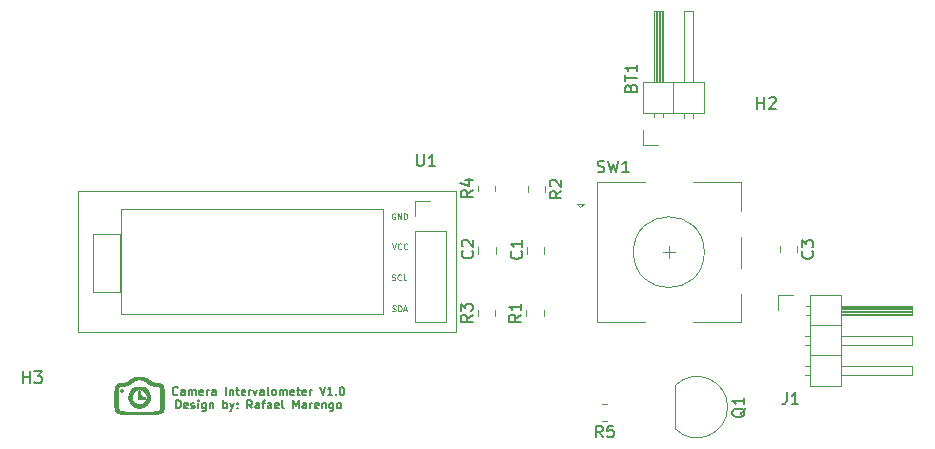
<source format=gbr>
%TF.GenerationSoftware,KiCad,Pcbnew,(6.0.4)*%
%TF.CreationDate,2022-07-20T14:34:23+01:00*%
%TF.ProjectId,_autosave-CameraIntervalometer,5f617574-6f73-4617-9665-2d43616d6572,rev?*%
%TF.SameCoordinates,Original*%
%TF.FileFunction,Legend,Top*%
%TF.FilePolarity,Positive*%
%FSLAX46Y46*%
G04 Gerber Fmt 4.6, Leading zero omitted, Abs format (unit mm)*
G04 Created by KiCad (PCBNEW (6.0.4)) date 2022-07-20 14:34:23*
%MOMM*%
%LPD*%
G01*
G04 APERTURE LIST*
%ADD10C,0.060000*%
%ADD11C,0.150000*%
%ADD12C,0.125000*%
%ADD13C,0.120000*%
G04 APERTURE END LIST*
D10*
G36*
X122241784Y-93610069D02*
G01*
X122255636Y-93529584D01*
X122277316Y-93448234D01*
X122307152Y-93366287D01*
X122345467Y-93284011D01*
X122363678Y-93250551D01*
X122382509Y-93217741D01*
X122401836Y-93185738D01*
X122421535Y-93154696D01*
X122441482Y-93124770D01*
X122461553Y-93096116D01*
X122481624Y-93068888D01*
X122501572Y-93043241D01*
X122521271Y-93019330D01*
X122540598Y-92997310D01*
X122559428Y-92977338D01*
X122577639Y-92959566D01*
X122595106Y-92944151D01*
X122611704Y-92931247D01*
X122619639Y-92925786D01*
X122627311Y-92921010D01*
X122634703Y-92916940D01*
X122641801Y-92913595D01*
X122683783Y-92898709D01*
X122733578Y-92885793D01*
X122790071Y-92874829D01*
X122852144Y-92865804D01*
X122918683Y-92858701D01*
X122988570Y-92853505D01*
X123060690Y-92850201D01*
X123133926Y-92848772D01*
X123207162Y-92849203D01*
X123279281Y-92851480D01*
X123349168Y-92855585D01*
X123415707Y-92861505D01*
X123477781Y-92869223D01*
X123534273Y-92878723D01*
X123584069Y-92889992D01*
X123626051Y-92903011D01*
X123650754Y-92914216D01*
X123675221Y-92927907D01*
X123699401Y-92943965D01*
X123723244Y-92962274D01*
X123769716Y-93005168D01*
X123814236Y-93055643D01*
X123856398Y-93112753D01*
X123895802Y-93175553D01*
X123932042Y-93243097D01*
X123964717Y-93314438D01*
X123993424Y-93388633D01*
X124017758Y-93464734D01*
X124037318Y-93541797D01*
X124051699Y-93618875D01*
X124060500Y-93695022D01*
X124063316Y-93769294D01*
X124059745Y-93840745D01*
X124055439Y-93875117D01*
X124049384Y-93908428D01*
X124040232Y-93940878D01*
X124028755Y-93974553D01*
X124015107Y-94009189D01*
X123999444Y-94044523D01*
X123981920Y-94080291D01*
X123962692Y-94116229D01*
X123941913Y-94152075D01*
X123919738Y-94187564D01*
X123896324Y-94222432D01*
X123871824Y-94256417D01*
X123846394Y-94289255D01*
X123820189Y-94320682D01*
X123793364Y-94350435D01*
X123766073Y-94378250D01*
X123738473Y-94403863D01*
X123710718Y-94427011D01*
X123637536Y-94479301D01*
X123563068Y-94523238D01*
X123487638Y-94559091D01*
X123411573Y-94587126D01*
X123335198Y-94607611D01*
X123258838Y-94620814D01*
X123182819Y-94627001D01*
X123107467Y-94626441D01*
X123033108Y-94619401D01*
X122960066Y-94606148D01*
X122888667Y-94586949D01*
X122819237Y-94562073D01*
X122752101Y-94531786D01*
X122687586Y-94496356D01*
X122626016Y-94456050D01*
X122567717Y-94411136D01*
X122513015Y-94361882D01*
X122462235Y-94308554D01*
X122415703Y-94251419D01*
X122373745Y-94190747D01*
X122336685Y-94126803D01*
X122304850Y-94059855D01*
X122278564Y-93990172D01*
X122258155Y-93918019D01*
X122243946Y-93843665D01*
X122236265Y-93767377D01*
X122235893Y-93732426D01*
X122521418Y-93732426D01*
X122522205Y-93778167D01*
X122526211Y-93823596D01*
X122533519Y-93868513D01*
X122544212Y-93912720D01*
X122558375Y-93956015D01*
X122576089Y-93998200D01*
X122597439Y-94039075D01*
X122622507Y-94078441D01*
X122651378Y-94116097D01*
X122684134Y-94151845D01*
X122704828Y-94171068D01*
X122727150Y-94189052D01*
X122750990Y-94205795D01*
X122776242Y-94221298D01*
X122802796Y-94235560D01*
X122830544Y-94248583D01*
X122859377Y-94260365D01*
X122889186Y-94270907D01*
X122951301Y-94288270D01*
X123016021Y-94300673D01*
X123082477Y-94308114D01*
X123149801Y-94310595D01*
X123217125Y-94308114D01*
X123283581Y-94300673D01*
X123348300Y-94288270D01*
X123410415Y-94270907D01*
X123440225Y-94260365D01*
X123469058Y-94248583D01*
X123496805Y-94235560D01*
X123523359Y-94221298D01*
X123548611Y-94205795D01*
X123572452Y-94189052D01*
X123594773Y-94171068D01*
X123615467Y-94151845D01*
X123638414Y-94128297D01*
X123659635Y-94103364D01*
X123679144Y-94077149D01*
X123696951Y-94049753D01*
X123713068Y-94021279D01*
X123727507Y-93991831D01*
X123740280Y-93961511D01*
X123751397Y-93930421D01*
X123760871Y-93898665D01*
X123768714Y-93866345D01*
X123774936Y-93833564D01*
X123779550Y-93800424D01*
X123782568Y-93767029D01*
X123784000Y-93733480D01*
X123783858Y-93699881D01*
X123782155Y-93666334D01*
X123778901Y-93632943D01*
X123774109Y-93599809D01*
X123767790Y-93567035D01*
X123759955Y-93534725D01*
X123750616Y-93502980D01*
X123739785Y-93471904D01*
X123727474Y-93441600D01*
X123713694Y-93412169D01*
X123698457Y-93383715D01*
X123681773Y-93356340D01*
X123663656Y-93330148D01*
X123644117Y-93305240D01*
X123623167Y-93281720D01*
X123600817Y-93259690D01*
X123577080Y-93239253D01*
X123551967Y-93220511D01*
X123527568Y-93202913D01*
X123502131Y-93185888D01*
X123475856Y-93169514D01*
X123448945Y-93153869D01*
X123421601Y-93139030D01*
X123394024Y-93125075D01*
X123366415Y-93112081D01*
X123338978Y-93100126D01*
X123311912Y-93089287D01*
X123285420Y-93079641D01*
X123259703Y-93071267D01*
X123234963Y-93064242D01*
X123211402Y-93058643D01*
X123189219Y-93054547D01*
X123168619Y-93052033D01*
X123149801Y-93051178D01*
X123100856Y-93053284D01*
X123053297Y-93059469D01*
X123007208Y-93069534D01*
X122962670Y-93083279D01*
X122919768Y-93100505D01*
X122878585Y-93121011D01*
X122839204Y-93144598D01*
X122801708Y-93171067D01*
X122766182Y-93200218D01*
X122732707Y-93231852D01*
X122701368Y-93265768D01*
X122672248Y-93301767D01*
X122645431Y-93339650D01*
X122620998Y-93379217D01*
X122599035Y-93420269D01*
X122579624Y-93462605D01*
X122562848Y-93506026D01*
X122548791Y-93550334D01*
X122537536Y-93595327D01*
X122529167Y-93640806D01*
X122523766Y-93686572D01*
X122521418Y-93732426D01*
X122235893Y-93732426D01*
X122235435Y-93689423D01*
X122241784Y-93610069D01*
G37*
X122241784Y-93610069D02*
X122255636Y-93529584D01*
X122277316Y-93448234D01*
X122307152Y-93366287D01*
X122345467Y-93284011D01*
X122363678Y-93250551D01*
X122382509Y-93217741D01*
X122401836Y-93185738D01*
X122421535Y-93154696D01*
X122441482Y-93124770D01*
X122461553Y-93096116D01*
X122481624Y-93068888D01*
X122501572Y-93043241D01*
X122521271Y-93019330D01*
X122540598Y-92997310D01*
X122559428Y-92977338D01*
X122577639Y-92959566D01*
X122595106Y-92944151D01*
X122611704Y-92931247D01*
X122619639Y-92925786D01*
X122627311Y-92921010D01*
X122634703Y-92916940D01*
X122641801Y-92913595D01*
X122683783Y-92898709D01*
X122733578Y-92885793D01*
X122790071Y-92874829D01*
X122852144Y-92865804D01*
X122918683Y-92858701D01*
X122988570Y-92853505D01*
X123060690Y-92850201D01*
X123133926Y-92848772D01*
X123207162Y-92849203D01*
X123279281Y-92851480D01*
X123349168Y-92855585D01*
X123415707Y-92861505D01*
X123477781Y-92869223D01*
X123534273Y-92878723D01*
X123584069Y-92889992D01*
X123626051Y-92903011D01*
X123650754Y-92914216D01*
X123675221Y-92927907D01*
X123699401Y-92943965D01*
X123723244Y-92962274D01*
X123769716Y-93005168D01*
X123814236Y-93055643D01*
X123856398Y-93112753D01*
X123895802Y-93175553D01*
X123932042Y-93243097D01*
X123964717Y-93314438D01*
X123993424Y-93388633D01*
X124017758Y-93464734D01*
X124037318Y-93541797D01*
X124051699Y-93618875D01*
X124060500Y-93695022D01*
X124063316Y-93769294D01*
X124059745Y-93840745D01*
X124055439Y-93875117D01*
X124049384Y-93908428D01*
X124040232Y-93940878D01*
X124028755Y-93974553D01*
X124015107Y-94009189D01*
X123999444Y-94044523D01*
X123981920Y-94080291D01*
X123962692Y-94116229D01*
X123941913Y-94152075D01*
X123919738Y-94187564D01*
X123896324Y-94222432D01*
X123871824Y-94256417D01*
X123846394Y-94289255D01*
X123820189Y-94320682D01*
X123793364Y-94350435D01*
X123766073Y-94378250D01*
X123738473Y-94403863D01*
X123710718Y-94427011D01*
X123637536Y-94479301D01*
X123563068Y-94523238D01*
X123487638Y-94559091D01*
X123411573Y-94587126D01*
X123335198Y-94607611D01*
X123258838Y-94620814D01*
X123182819Y-94627001D01*
X123107467Y-94626441D01*
X123033108Y-94619401D01*
X122960066Y-94606148D01*
X122888667Y-94586949D01*
X122819237Y-94562073D01*
X122752101Y-94531786D01*
X122687586Y-94496356D01*
X122626016Y-94456050D01*
X122567717Y-94411136D01*
X122513015Y-94361882D01*
X122462235Y-94308554D01*
X122415703Y-94251419D01*
X122373745Y-94190747D01*
X122336685Y-94126803D01*
X122304850Y-94059855D01*
X122278564Y-93990172D01*
X122258155Y-93918019D01*
X122243946Y-93843665D01*
X122236265Y-93767377D01*
X122235893Y-93732426D01*
X122521418Y-93732426D01*
X122522205Y-93778167D01*
X122526211Y-93823596D01*
X122533519Y-93868513D01*
X122544212Y-93912720D01*
X122558375Y-93956015D01*
X122576089Y-93998200D01*
X122597439Y-94039075D01*
X122622507Y-94078441D01*
X122651378Y-94116097D01*
X122684134Y-94151845D01*
X122704828Y-94171068D01*
X122727150Y-94189052D01*
X122750990Y-94205795D01*
X122776242Y-94221298D01*
X122802796Y-94235560D01*
X122830544Y-94248583D01*
X122859377Y-94260365D01*
X122889186Y-94270907D01*
X122951301Y-94288270D01*
X123016021Y-94300673D01*
X123082477Y-94308114D01*
X123149801Y-94310595D01*
X123217125Y-94308114D01*
X123283581Y-94300673D01*
X123348300Y-94288270D01*
X123410415Y-94270907D01*
X123440225Y-94260365D01*
X123469058Y-94248583D01*
X123496805Y-94235560D01*
X123523359Y-94221298D01*
X123548611Y-94205795D01*
X123572452Y-94189052D01*
X123594773Y-94171068D01*
X123615467Y-94151845D01*
X123638414Y-94128297D01*
X123659635Y-94103364D01*
X123679144Y-94077149D01*
X123696951Y-94049753D01*
X123713068Y-94021279D01*
X123727507Y-93991831D01*
X123740280Y-93961511D01*
X123751397Y-93930421D01*
X123760871Y-93898665D01*
X123768714Y-93866345D01*
X123774936Y-93833564D01*
X123779550Y-93800424D01*
X123782568Y-93767029D01*
X123784000Y-93733480D01*
X123783858Y-93699881D01*
X123782155Y-93666334D01*
X123778901Y-93632943D01*
X123774109Y-93599809D01*
X123767790Y-93567035D01*
X123759955Y-93534725D01*
X123750616Y-93502980D01*
X123739785Y-93471904D01*
X123727474Y-93441600D01*
X123713694Y-93412169D01*
X123698457Y-93383715D01*
X123681773Y-93356340D01*
X123663656Y-93330148D01*
X123644117Y-93305240D01*
X123623167Y-93281720D01*
X123600817Y-93259690D01*
X123577080Y-93239253D01*
X123551967Y-93220511D01*
X123527568Y-93202913D01*
X123502131Y-93185888D01*
X123475856Y-93169514D01*
X123448945Y-93153869D01*
X123421601Y-93139030D01*
X123394024Y-93125075D01*
X123366415Y-93112081D01*
X123338978Y-93100126D01*
X123311912Y-93089287D01*
X123285420Y-93079641D01*
X123259703Y-93071267D01*
X123234963Y-93064242D01*
X123211402Y-93058643D01*
X123189219Y-93054547D01*
X123168619Y-93052033D01*
X123149801Y-93051178D01*
X123100856Y-93053284D01*
X123053297Y-93059469D01*
X123007208Y-93069534D01*
X122962670Y-93083279D01*
X122919768Y-93100505D01*
X122878585Y-93121011D01*
X122839204Y-93144598D01*
X122801708Y-93171067D01*
X122766182Y-93200218D01*
X122732707Y-93231852D01*
X122701368Y-93265768D01*
X122672248Y-93301767D01*
X122645431Y-93339650D01*
X122620998Y-93379217D01*
X122599035Y-93420269D01*
X122579624Y-93462605D01*
X122562848Y-93506026D01*
X122548791Y-93550334D01*
X122537536Y-93595327D01*
X122529167Y-93640806D01*
X122523766Y-93686572D01*
X122521418Y-93732426D01*
X122235893Y-93732426D01*
X122235435Y-93689423D01*
X122241784Y-93610069D01*
G36*
X121038777Y-93465995D02*
G01*
X121046598Y-93306263D01*
X121051983Y-93233370D01*
X121058435Y-93164949D01*
X121066019Y-93100869D01*
X121074798Y-93040998D01*
X121084837Y-92985204D01*
X121096200Y-92933356D01*
X121108950Y-92885321D01*
X121123152Y-92840969D01*
X121138869Y-92800166D01*
X121156165Y-92762782D01*
X121175105Y-92728685D01*
X121195752Y-92697742D01*
X121218170Y-92669823D01*
X121242424Y-92644794D01*
X121268576Y-92622526D01*
X121296692Y-92602885D01*
X121326834Y-92585740D01*
X121359068Y-92570959D01*
X121393456Y-92558411D01*
X121430063Y-92547963D01*
X121468953Y-92539484D01*
X121510190Y-92532843D01*
X121553838Y-92527906D01*
X121599960Y-92524543D01*
X121648621Y-92522622D01*
X121699884Y-92522011D01*
X121738414Y-92518924D01*
X121778432Y-92513681D01*
X121819691Y-92506361D01*
X121861941Y-92497041D01*
X121904936Y-92485799D01*
X121948427Y-92472712D01*
X121992166Y-92457858D01*
X122035905Y-92441313D01*
X122079396Y-92423157D01*
X122122391Y-92403466D01*
X122164641Y-92382317D01*
X122205900Y-92359789D01*
X122245918Y-92335958D01*
X122284448Y-92310903D01*
X122321241Y-92284700D01*
X122356051Y-92257428D01*
X122398391Y-92224748D01*
X122442017Y-92194176D01*
X122486848Y-92165713D01*
X122532805Y-92139358D01*
X122579808Y-92115111D01*
X122627778Y-92092973D01*
X122726302Y-92055022D01*
X122827740Y-92025504D01*
X122931458Y-92004420D01*
X123036818Y-91991770D01*
X123143186Y-91987553D01*
X123249926Y-91991770D01*
X123356403Y-92004420D01*
X123461981Y-92025504D01*
X123566023Y-92055022D01*
X123667896Y-92092973D01*
X123766962Y-92139358D01*
X123862587Y-92194176D01*
X123908910Y-92224748D01*
X123954134Y-92257428D01*
X123991039Y-92284816D01*
X124030098Y-92311337D01*
X124070987Y-92336865D01*
X124113380Y-92361277D01*
X124156951Y-92384449D01*
X124201375Y-92406256D01*
X124246326Y-92426575D01*
X124291478Y-92445282D01*
X124336506Y-92462253D01*
X124381085Y-92477363D01*
X124424888Y-92490489D01*
X124467591Y-92501506D01*
X124508868Y-92510291D01*
X124548392Y-92516720D01*
X124585840Y-92520668D01*
X124620884Y-92522011D01*
X124717082Y-92524660D01*
X124803591Y-92533277D01*
X124880891Y-92548870D01*
X124916238Y-92559598D01*
X124949463Y-92572448D01*
X124980627Y-92587545D01*
X125009788Y-92605017D01*
X125037008Y-92624988D01*
X125062345Y-92647585D01*
X125085862Y-92672934D01*
X125107617Y-92701161D01*
X125127670Y-92732391D01*
X125146082Y-92766751D01*
X125162913Y-92804367D01*
X125178222Y-92845364D01*
X125204518Y-92938007D01*
X125225449Y-93045687D01*
X125241497Y-93169414D01*
X125253142Y-93310193D01*
X125260865Y-93469034D01*
X125265147Y-93646943D01*
X125266467Y-93844928D01*
X125265961Y-93982062D01*
X125264400Y-94108064D01*
X125261723Y-94223463D01*
X125257868Y-94328785D01*
X125252773Y-94424557D01*
X125246376Y-94511306D01*
X125238614Y-94589560D01*
X125229426Y-94659845D01*
X125218749Y-94722688D01*
X125206523Y-94778618D01*
X125199809Y-94804154D01*
X125192684Y-94828160D01*
X125185140Y-94850701D01*
X125177171Y-94871842D01*
X125168767Y-94891650D01*
X125159921Y-94910191D01*
X125150626Y-94927531D01*
X125140873Y-94943735D01*
X125130655Y-94958869D01*
X125119965Y-94972999D01*
X125108794Y-94986191D01*
X125097134Y-94998512D01*
X125065236Y-95021580D01*
X125015956Y-95043160D01*
X124869882Y-95081855D01*
X124668184Y-95114597D01*
X124420132Y-95141386D01*
X124134997Y-95162222D01*
X123822049Y-95177105D01*
X123149801Y-95189011D01*
X122477552Y-95177105D01*
X122164605Y-95162222D01*
X121879470Y-95141386D01*
X121631418Y-95114597D01*
X121429720Y-95081855D01*
X121283646Y-95043160D01*
X121234365Y-95021580D01*
X121202467Y-94998512D01*
X121179637Y-94972999D01*
X121158728Y-94943735D01*
X121139680Y-94910191D01*
X121122431Y-94871842D01*
X121106918Y-94828160D01*
X121093079Y-94778618D01*
X121080852Y-94722688D01*
X121070176Y-94659845D01*
X121060988Y-94589560D01*
X121053226Y-94511306D01*
X121041733Y-94328785D01*
X121035201Y-94108064D01*
X121033134Y-93844928D01*
X121033204Y-93834345D01*
X121350634Y-93834345D01*
X121351024Y-93978199D01*
X121352267Y-94108581D01*
X121354471Y-94226158D01*
X121357745Y-94331596D01*
X121362197Y-94425562D01*
X121364898Y-94468451D01*
X121367935Y-94508722D01*
X121371321Y-94546458D01*
X121375069Y-94581743D01*
X121379193Y-94614660D01*
X121383707Y-94645293D01*
X121388624Y-94673723D01*
X121393957Y-94700036D01*
X121399720Y-94724314D01*
X121405928Y-94746640D01*
X121412592Y-94767099D01*
X121419728Y-94785772D01*
X121427348Y-94802744D01*
X121435466Y-94818099D01*
X121444096Y-94831918D01*
X121453250Y-94844286D01*
X121462944Y-94855285D01*
X121473190Y-94865000D01*
X121484001Y-94873514D01*
X121495393Y-94880909D01*
X121507377Y-94887269D01*
X121519967Y-94892678D01*
X121589131Y-94907561D01*
X121712121Y-94920459D01*
X122088822Y-94940303D01*
X122588553Y-94952209D01*
X123149801Y-94956178D01*
X123711048Y-94952209D01*
X124210780Y-94940303D01*
X124587481Y-94920459D01*
X124710470Y-94907561D01*
X124779634Y-94892678D01*
X124804209Y-94880909D01*
X124826412Y-94865000D01*
X124846351Y-94844286D01*
X124864135Y-94818099D01*
X124879874Y-94785772D01*
X124893674Y-94746640D01*
X124905645Y-94700036D01*
X124915895Y-94645293D01*
X124924532Y-94581743D01*
X124931666Y-94508722D01*
X124941857Y-94331596D01*
X124947334Y-94108581D01*
X124948967Y-93834345D01*
X124947521Y-93633571D01*
X124943345Y-93446565D01*
X124936689Y-93277169D01*
X124927801Y-93129230D01*
X124922597Y-93064508D01*
X124916928Y-93006592D01*
X124910825Y-92955962D01*
X124904319Y-92913099D01*
X124897441Y-92878483D01*
X124890222Y-92852596D01*
X124886494Y-92843075D01*
X124882692Y-92835917D01*
X124878821Y-92831181D01*
X124874884Y-92828928D01*
X124771131Y-92820352D01*
X124673904Y-92810428D01*
X124582785Y-92799046D01*
X124497357Y-92786099D01*
X124417199Y-92771477D01*
X124341893Y-92755072D01*
X124271022Y-92736776D01*
X124204165Y-92716480D01*
X124140906Y-92694076D01*
X124080824Y-92669455D01*
X124023502Y-92642508D01*
X123968521Y-92613127D01*
X123915462Y-92581204D01*
X123863907Y-92546630D01*
X123813437Y-92509296D01*
X123763634Y-92469095D01*
X123687990Y-92409563D01*
X123650002Y-92382774D01*
X123611912Y-92357970D01*
X123573730Y-92335149D01*
X123535462Y-92314313D01*
X123497117Y-92295462D01*
X123458702Y-92278595D01*
X123420225Y-92263712D01*
X123381694Y-92250813D01*
X123343116Y-92239899D01*
X123304499Y-92230970D01*
X123265852Y-92224024D01*
X123227181Y-92219063D01*
X123188495Y-92216087D01*
X123149801Y-92215095D01*
X123111107Y-92216087D01*
X123072420Y-92219063D01*
X123033750Y-92224024D01*
X122995102Y-92230970D01*
X122956486Y-92239899D01*
X122917908Y-92250813D01*
X122879377Y-92263712D01*
X122840900Y-92278595D01*
X122802485Y-92295462D01*
X122764139Y-92314313D01*
X122725872Y-92335149D01*
X122687689Y-92357970D01*
X122649600Y-92382774D01*
X122611611Y-92409563D01*
X122535967Y-92469095D01*
X122486167Y-92509296D01*
X122435715Y-92546630D01*
X122384209Y-92581204D01*
X122331246Y-92613127D01*
X122276422Y-92642508D01*
X122219336Y-92669455D01*
X122159582Y-92694076D01*
X122096759Y-92716480D01*
X122030463Y-92736776D01*
X121960292Y-92755072D01*
X121885842Y-92771477D01*
X121806710Y-92786099D01*
X121722492Y-92799046D01*
X121632787Y-92810428D01*
X121537191Y-92820352D01*
X121435301Y-92828928D01*
X121430402Y-92831181D01*
X121425629Y-92835917D01*
X121416470Y-92852596D01*
X121407837Y-92878483D01*
X121399747Y-92913099D01*
X121385257Y-93006592D01*
X121373124Y-93129230D01*
X121363470Y-93277169D01*
X121356422Y-93446565D01*
X121352102Y-93633571D01*
X121350634Y-93834345D01*
X121033204Y-93834345D01*
X121034459Y-93645199D01*
X121038777Y-93465995D01*
G37*
X121038777Y-93465995D02*
X121046598Y-93306263D01*
X121051983Y-93233370D01*
X121058435Y-93164949D01*
X121066019Y-93100869D01*
X121074798Y-93040998D01*
X121084837Y-92985204D01*
X121096200Y-92933356D01*
X121108950Y-92885321D01*
X121123152Y-92840969D01*
X121138869Y-92800166D01*
X121156165Y-92762782D01*
X121175105Y-92728685D01*
X121195752Y-92697742D01*
X121218170Y-92669823D01*
X121242424Y-92644794D01*
X121268576Y-92622526D01*
X121296692Y-92602885D01*
X121326834Y-92585740D01*
X121359068Y-92570959D01*
X121393456Y-92558411D01*
X121430063Y-92547963D01*
X121468953Y-92539484D01*
X121510190Y-92532843D01*
X121553838Y-92527906D01*
X121599960Y-92524543D01*
X121648621Y-92522622D01*
X121699884Y-92522011D01*
X121738414Y-92518924D01*
X121778432Y-92513681D01*
X121819691Y-92506361D01*
X121861941Y-92497041D01*
X121904936Y-92485799D01*
X121948427Y-92472712D01*
X121992166Y-92457858D01*
X122035905Y-92441313D01*
X122079396Y-92423157D01*
X122122391Y-92403466D01*
X122164641Y-92382317D01*
X122205900Y-92359789D01*
X122245918Y-92335958D01*
X122284448Y-92310903D01*
X122321241Y-92284700D01*
X122356051Y-92257428D01*
X122398391Y-92224748D01*
X122442017Y-92194176D01*
X122486848Y-92165713D01*
X122532805Y-92139358D01*
X122579808Y-92115111D01*
X122627778Y-92092973D01*
X122726302Y-92055022D01*
X122827740Y-92025504D01*
X122931458Y-92004420D01*
X123036818Y-91991770D01*
X123143186Y-91987553D01*
X123249926Y-91991770D01*
X123356403Y-92004420D01*
X123461981Y-92025504D01*
X123566023Y-92055022D01*
X123667896Y-92092973D01*
X123766962Y-92139358D01*
X123862587Y-92194176D01*
X123908910Y-92224748D01*
X123954134Y-92257428D01*
X123991039Y-92284816D01*
X124030098Y-92311337D01*
X124070987Y-92336865D01*
X124113380Y-92361277D01*
X124156951Y-92384449D01*
X124201375Y-92406256D01*
X124246326Y-92426575D01*
X124291478Y-92445282D01*
X124336506Y-92462253D01*
X124381085Y-92477363D01*
X124424888Y-92490489D01*
X124467591Y-92501506D01*
X124508868Y-92510291D01*
X124548392Y-92516720D01*
X124585840Y-92520668D01*
X124620884Y-92522011D01*
X124717082Y-92524660D01*
X124803591Y-92533277D01*
X124880891Y-92548870D01*
X124916238Y-92559598D01*
X124949463Y-92572448D01*
X124980627Y-92587545D01*
X125009788Y-92605017D01*
X125037008Y-92624988D01*
X125062345Y-92647585D01*
X125085862Y-92672934D01*
X125107617Y-92701161D01*
X125127670Y-92732391D01*
X125146082Y-92766751D01*
X125162913Y-92804367D01*
X125178222Y-92845364D01*
X125204518Y-92938007D01*
X125225449Y-93045687D01*
X125241497Y-93169414D01*
X125253142Y-93310193D01*
X125260865Y-93469034D01*
X125265147Y-93646943D01*
X125266467Y-93844928D01*
X125265961Y-93982062D01*
X125264400Y-94108064D01*
X125261723Y-94223463D01*
X125257868Y-94328785D01*
X125252773Y-94424557D01*
X125246376Y-94511306D01*
X125238614Y-94589560D01*
X125229426Y-94659845D01*
X125218749Y-94722688D01*
X125206523Y-94778618D01*
X125199809Y-94804154D01*
X125192684Y-94828160D01*
X125185140Y-94850701D01*
X125177171Y-94871842D01*
X125168767Y-94891650D01*
X125159921Y-94910191D01*
X125150626Y-94927531D01*
X125140873Y-94943735D01*
X125130655Y-94958869D01*
X125119965Y-94972999D01*
X125108794Y-94986191D01*
X125097134Y-94998512D01*
X125065236Y-95021580D01*
X125015956Y-95043160D01*
X124869882Y-95081855D01*
X124668184Y-95114597D01*
X124420132Y-95141386D01*
X124134997Y-95162222D01*
X123822049Y-95177105D01*
X123149801Y-95189011D01*
X122477552Y-95177105D01*
X122164605Y-95162222D01*
X121879470Y-95141386D01*
X121631418Y-95114597D01*
X121429720Y-95081855D01*
X121283646Y-95043160D01*
X121234365Y-95021580D01*
X121202467Y-94998512D01*
X121179637Y-94972999D01*
X121158728Y-94943735D01*
X121139680Y-94910191D01*
X121122431Y-94871842D01*
X121106918Y-94828160D01*
X121093079Y-94778618D01*
X121080852Y-94722688D01*
X121070176Y-94659845D01*
X121060988Y-94589560D01*
X121053226Y-94511306D01*
X121041733Y-94328785D01*
X121035201Y-94108064D01*
X121033134Y-93844928D01*
X121033204Y-93834345D01*
X121350634Y-93834345D01*
X121351024Y-93978199D01*
X121352267Y-94108581D01*
X121354471Y-94226158D01*
X121357745Y-94331596D01*
X121362197Y-94425562D01*
X121364898Y-94468451D01*
X121367935Y-94508722D01*
X121371321Y-94546458D01*
X121375069Y-94581743D01*
X121379193Y-94614660D01*
X121383707Y-94645293D01*
X121388624Y-94673723D01*
X121393957Y-94700036D01*
X121399720Y-94724314D01*
X121405928Y-94746640D01*
X121412592Y-94767099D01*
X121419728Y-94785772D01*
X121427348Y-94802744D01*
X121435466Y-94818099D01*
X121444096Y-94831918D01*
X121453250Y-94844286D01*
X121462944Y-94855285D01*
X121473190Y-94865000D01*
X121484001Y-94873514D01*
X121495393Y-94880909D01*
X121507377Y-94887269D01*
X121519967Y-94892678D01*
X121589131Y-94907561D01*
X121712121Y-94920459D01*
X122088822Y-94940303D01*
X122588553Y-94952209D01*
X123149801Y-94956178D01*
X123711048Y-94952209D01*
X124210780Y-94940303D01*
X124587481Y-94920459D01*
X124710470Y-94907561D01*
X124779634Y-94892678D01*
X124804209Y-94880909D01*
X124826412Y-94865000D01*
X124846351Y-94844286D01*
X124864135Y-94818099D01*
X124879874Y-94785772D01*
X124893674Y-94746640D01*
X124905645Y-94700036D01*
X124915895Y-94645293D01*
X124924532Y-94581743D01*
X124931666Y-94508722D01*
X124941857Y-94331596D01*
X124947334Y-94108581D01*
X124948967Y-93834345D01*
X124947521Y-93633571D01*
X124943345Y-93446565D01*
X124936689Y-93277169D01*
X124927801Y-93129230D01*
X124922597Y-93064508D01*
X124916928Y-93006592D01*
X124910825Y-92955962D01*
X124904319Y-92913099D01*
X124897441Y-92878483D01*
X124890222Y-92852596D01*
X124886494Y-92843075D01*
X124882692Y-92835917D01*
X124878821Y-92831181D01*
X124874884Y-92828928D01*
X124771131Y-92820352D01*
X124673904Y-92810428D01*
X124582785Y-92799046D01*
X124497357Y-92786099D01*
X124417199Y-92771477D01*
X124341893Y-92755072D01*
X124271022Y-92736776D01*
X124204165Y-92716480D01*
X124140906Y-92694076D01*
X124080824Y-92669455D01*
X124023502Y-92642508D01*
X123968521Y-92613127D01*
X123915462Y-92581204D01*
X123863907Y-92546630D01*
X123813437Y-92509296D01*
X123763634Y-92469095D01*
X123687990Y-92409563D01*
X123650002Y-92382774D01*
X123611912Y-92357970D01*
X123573730Y-92335149D01*
X123535462Y-92314313D01*
X123497117Y-92295462D01*
X123458702Y-92278595D01*
X123420225Y-92263712D01*
X123381694Y-92250813D01*
X123343116Y-92239899D01*
X123304499Y-92230970D01*
X123265852Y-92224024D01*
X123227181Y-92219063D01*
X123188495Y-92216087D01*
X123149801Y-92215095D01*
X123111107Y-92216087D01*
X123072420Y-92219063D01*
X123033750Y-92224024D01*
X122995102Y-92230970D01*
X122956486Y-92239899D01*
X122917908Y-92250813D01*
X122879377Y-92263712D01*
X122840900Y-92278595D01*
X122802485Y-92295462D01*
X122764139Y-92314313D01*
X122725872Y-92335149D01*
X122687689Y-92357970D01*
X122649600Y-92382774D01*
X122611611Y-92409563D01*
X122535967Y-92469095D01*
X122486167Y-92509296D01*
X122435715Y-92546630D01*
X122384209Y-92581204D01*
X122331246Y-92613127D01*
X122276422Y-92642508D01*
X122219336Y-92669455D01*
X122159582Y-92694076D01*
X122096759Y-92716480D01*
X122030463Y-92736776D01*
X121960292Y-92755072D01*
X121885842Y-92771477D01*
X121806710Y-92786099D01*
X121722492Y-92799046D01*
X121632787Y-92810428D01*
X121537191Y-92820352D01*
X121435301Y-92828928D01*
X121430402Y-92831181D01*
X121425629Y-92835917D01*
X121416470Y-92852596D01*
X121407837Y-92878483D01*
X121399747Y-92913099D01*
X121385257Y-93006592D01*
X121373124Y-93129230D01*
X121363470Y-93277169D01*
X121356422Y-93446565D01*
X121352102Y-93633571D01*
X121350634Y-93834345D01*
X121033204Y-93834345D01*
X121034459Y-93645199D01*
X121038777Y-93465995D01*
G36*
X123155691Y-93157350D02*
G01*
X123161454Y-93158355D01*
X123167084Y-93160011D01*
X123172580Y-93162303D01*
X123177935Y-93165215D01*
X123183147Y-93168732D01*
X123188212Y-93172837D01*
X123193126Y-93177517D01*
X123202485Y-93188534D01*
X123211192Y-93201660D01*
X123219218Y-93216770D01*
X123226530Y-93233741D01*
X123233098Y-93252447D01*
X123238891Y-93272767D01*
X123243878Y-93294574D01*
X123248027Y-93317746D01*
X123251309Y-93342158D01*
X123253691Y-93367686D01*
X123255143Y-93394206D01*
X123255634Y-93421595D01*
X123256267Y-93455960D01*
X123258218Y-93487658D01*
X123259712Y-93502526D01*
X123261564Y-93516752D01*
X123263784Y-93530341D01*
X123266383Y-93543303D01*
X123269369Y-93555645D01*
X123272752Y-93567374D01*
X123276542Y-93578499D01*
X123280749Y-93589026D01*
X123285382Y-93598965D01*
X123290451Y-93608322D01*
X123295966Y-93617106D01*
X123301936Y-93625324D01*
X123308371Y-93632984D01*
X123315281Y-93640093D01*
X123322676Y-93646660D01*
X123330565Y-93652692D01*
X123338957Y-93658196D01*
X123347863Y-93663182D01*
X123357293Y-93667656D01*
X123367255Y-93671626D01*
X123377760Y-93675100D01*
X123388817Y-93678085D01*
X123400436Y-93680590D01*
X123412627Y-93682623D01*
X123425399Y-93684190D01*
X123438762Y-93685299D01*
X123452726Y-93685960D01*
X123467301Y-93686178D01*
X123478150Y-93686301D01*
X123488863Y-93686669D01*
X123499424Y-93687277D01*
X123509820Y-93688121D01*
X123520038Y-93689198D01*
X123530064Y-93690503D01*
X123539885Y-93692034D01*
X123549487Y-93693785D01*
X123558856Y-93695753D01*
X123567979Y-93697934D01*
X123576843Y-93700325D01*
X123585433Y-93702921D01*
X123593736Y-93705719D01*
X123601740Y-93708714D01*
X123609429Y-93711903D01*
X123616790Y-93715282D01*
X123623811Y-93718847D01*
X123630477Y-93722594D01*
X123636775Y-93726520D01*
X123642691Y-93730620D01*
X123648211Y-93734890D01*
X123653323Y-93739327D01*
X123658012Y-93743927D01*
X123662266Y-93748686D01*
X123666069Y-93753600D01*
X123669410Y-93758665D01*
X123672274Y-93763877D01*
X123674647Y-93769232D01*
X123676517Y-93774728D01*
X123677869Y-93780358D01*
X123678691Y-93786121D01*
X123678967Y-93792011D01*
X123678567Y-93796971D01*
X123677378Y-93801920D01*
X123675418Y-93806851D01*
X123672704Y-93811752D01*
X123665085Y-93821428D01*
X123654659Y-93830872D01*
X123641567Y-93840006D01*
X123625947Y-93848752D01*
X123607941Y-93857033D01*
X123587686Y-93864772D01*
X123565323Y-93871890D01*
X123540991Y-93878311D01*
X123514830Y-93883957D01*
X123486979Y-93888750D01*
X123457578Y-93892612D01*
X123426766Y-93895468D01*
X123394682Y-93897237D01*
X123361467Y-93897845D01*
X123309067Y-93897405D01*
X123262745Y-93895819D01*
X123222127Y-93892682D01*
X123186842Y-93887592D01*
X123171084Y-93884188D01*
X123156519Y-93880145D01*
X123143101Y-93875412D01*
X123130784Y-93869939D01*
X123119521Y-93863675D01*
X123109266Y-93856571D01*
X123099972Y-93848574D01*
X123091592Y-93839636D01*
X123084081Y-93829706D01*
X123077392Y-93818733D01*
X123071477Y-93806667D01*
X123066292Y-93793458D01*
X123061788Y-93779055D01*
X123057920Y-93763408D01*
X123054641Y-93746467D01*
X123051905Y-93728180D01*
X123047874Y-93687372D01*
X123045456Y-93640579D01*
X123044277Y-93587398D01*
X123043967Y-93527428D01*
X123044575Y-93490131D01*
X123046344Y-93453779D01*
X123049200Y-93418574D01*
X123053062Y-93384718D01*
X123057855Y-93352413D01*
X123063501Y-93321859D01*
X123069922Y-93293259D01*
X123077040Y-93266813D01*
X123084779Y-93242724D01*
X123088856Y-93231627D01*
X123093060Y-93221193D01*
X123097380Y-93211450D01*
X123101806Y-93202422D01*
X123106329Y-93194134D01*
X123110940Y-93186612D01*
X123115628Y-93179880D01*
X123120384Y-93173964D01*
X123125198Y-93168889D01*
X123130060Y-93164680D01*
X123134961Y-93161363D01*
X123139892Y-93158962D01*
X123144841Y-93157503D01*
X123149801Y-93157011D01*
X123155691Y-93157350D01*
G37*
X123155691Y-93157350D02*
X123161454Y-93158355D01*
X123167084Y-93160011D01*
X123172580Y-93162303D01*
X123177935Y-93165215D01*
X123183147Y-93168732D01*
X123188212Y-93172837D01*
X123193126Y-93177517D01*
X123202485Y-93188534D01*
X123211192Y-93201660D01*
X123219218Y-93216770D01*
X123226530Y-93233741D01*
X123233098Y-93252447D01*
X123238891Y-93272767D01*
X123243878Y-93294574D01*
X123248027Y-93317746D01*
X123251309Y-93342158D01*
X123253691Y-93367686D01*
X123255143Y-93394206D01*
X123255634Y-93421595D01*
X123256267Y-93455960D01*
X123258218Y-93487658D01*
X123259712Y-93502526D01*
X123261564Y-93516752D01*
X123263784Y-93530341D01*
X123266383Y-93543303D01*
X123269369Y-93555645D01*
X123272752Y-93567374D01*
X123276542Y-93578499D01*
X123280749Y-93589026D01*
X123285382Y-93598965D01*
X123290451Y-93608322D01*
X123295966Y-93617106D01*
X123301936Y-93625324D01*
X123308371Y-93632984D01*
X123315281Y-93640093D01*
X123322676Y-93646660D01*
X123330565Y-93652692D01*
X123338957Y-93658196D01*
X123347863Y-93663182D01*
X123357293Y-93667656D01*
X123367255Y-93671626D01*
X123377760Y-93675100D01*
X123388817Y-93678085D01*
X123400436Y-93680590D01*
X123412627Y-93682623D01*
X123425399Y-93684190D01*
X123438762Y-93685299D01*
X123452726Y-93685960D01*
X123467301Y-93686178D01*
X123478150Y-93686301D01*
X123488863Y-93686669D01*
X123499424Y-93687277D01*
X123509820Y-93688121D01*
X123520038Y-93689198D01*
X123530064Y-93690503D01*
X123539885Y-93692034D01*
X123549487Y-93693785D01*
X123558856Y-93695753D01*
X123567979Y-93697934D01*
X123576843Y-93700325D01*
X123585433Y-93702921D01*
X123593736Y-93705719D01*
X123601740Y-93708714D01*
X123609429Y-93711903D01*
X123616790Y-93715282D01*
X123623811Y-93718847D01*
X123630477Y-93722594D01*
X123636775Y-93726520D01*
X123642691Y-93730620D01*
X123648211Y-93734890D01*
X123653323Y-93739327D01*
X123658012Y-93743927D01*
X123662266Y-93748686D01*
X123666069Y-93753600D01*
X123669410Y-93758665D01*
X123672274Y-93763877D01*
X123674647Y-93769232D01*
X123676517Y-93774728D01*
X123677869Y-93780358D01*
X123678691Y-93786121D01*
X123678967Y-93792011D01*
X123678567Y-93796971D01*
X123677378Y-93801920D01*
X123675418Y-93806851D01*
X123672704Y-93811752D01*
X123665085Y-93821428D01*
X123654659Y-93830872D01*
X123641567Y-93840006D01*
X123625947Y-93848752D01*
X123607941Y-93857033D01*
X123587686Y-93864772D01*
X123565323Y-93871890D01*
X123540991Y-93878311D01*
X123514830Y-93883957D01*
X123486979Y-93888750D01*
X123457578Y-93892612D01*
X123426766Y-93895468D01*
X123394682Y-93897237D01*
X123361467Y-93897845D01*
X123309067Y-93897405D01*
X123262745Y-93895819D01*
X123222127Y-93892682D01*
X123186842Y-93887592D01*
X123171084Y-93884188D01*
X123156519Y-93880145D01*
X123143101Y-93875412D01*
X123130784Y-93869939D01*
X123119521Y-93863675D01*
X123109266Y-93856571D01*
X123099972Y-93848574D01*
X123091592Y-93839636D01*
X123084081Y-93829706D01*
X123077392Y-93818733D01*
X123071477Y-93806667D01*
X123066292Y-93793458D01*
X123061788Y-93779055D01*
X123057920Y-93763408D01*
X123054641Y-93746467D01*
X123051905Y-93728180D01*
X123047874Y-93687372D01*
X123045456Y-93640579D01*
X123044277Y-93587398D01*
X123043967Y-93527428D01*
X123044575Y-93490131D01*
X123046344Y-93453779D01*
X123049200Y-93418574D01*
X123053062Y-93384718D01*
X123057855Y-93352413D01*
X123063501Y-93321859D01*
X123069922Y-93293259D01*
X123077040Y-93266813D01*
X123084779Y-93242724D01*
X123088856Y-93231627D01*
X123093060Y-93221193D01*
X123097380Y-93211450D01*
X123101806Y-93202422D01*
X123106329Y-93194134D01*
X123110940Y-93186612D01*
X123115628Y-93179880D01*
X123120384Y-93173964D01*
X123125198Y-93168889D01*
X123130060Y-93164680D01*
X123134961Y-93161363D01*
X123139892Y-93158962D01*
X123144841Y-93157503D01*
X123149801Y-93157011D01*
X123155691Y-93157350D01*
G36*
X121674025Y-93051301D02*
G01*
X121679787Y-93051669D01*
X121685418Y-93052277D01*
X121690913Y-93053121D01*
X121696269Y-93054198D01*
X121701481Y-93055503D01*
X121706546Y-93057034D01*
X121711460Y-93058785D01*
X121716218Y-93060753D01*
X121720818Y-93062934D01*
X121725255Y-93065325D01*
X121729526Y-93067921D01*
X121733625Y-93070719D01*
X121737551Y-93073714D01*
X121741298Y-93076903D01*
X121744863Y-93080282D01*
X121748242Y-93083847D01*
X121751431Y-93087594D01*
X121754427Y-93091520D01*
X121757224Y-93095620D01*
X121759820Y-93099890D01*
X121762211Y-93104327D01*
X121764392Y-93108927D01*
X121766361Y-93113686D01*
X121768112Y-93118600D01*
X121769642Y-93123665D01*
X121770948Y-93128877D01*
X121772024Y-93134232D01*
X121772869Y-93139728D01*
X121773476Y-93145358D01*
X121773844Y-93151121D01*
X121773967Y-93157011D01*
X121773844Y-93161971D01*
X121773476Y-93166920D01*
X121772869Y-93171851D01*
X121772024Y-93176752D01*
X121770948Y-93181614D01*
X121769642Y-93186428D01*
X121768112Y-93191184D01*
X121766361Y-93195872D01*
X121764392Y-93200483D01*
X121762211Y-93205006D01*
X121759820Y-93209432D01*
X121757224Y-93213752D01*
X121754427Y-93217956D01*
X121751431Y-93222033D01*
X121748242Y-93225975D01*
X121744863Y-93229772D01*
X121741298Y-93233413D01*
X121737551Y-93236890D01*
X121733625Y-93240193D01*
X121729526Y-93243311D01*
X121725255Y-93246236D01*
X121720818Y-93248957D01*
X121716218Y-93251465D01*
X121711460Y-93253750D01*
X121706546Y-93255802D01*
X121701481Y-93257612D01*
X121696269Y-93259171D01*
X121690913Y-93260468D01*
X121685418Y-93261493D01*
X121679787Y-93262238D01*
X121674025Y-93262691D01*
X121668134Y-93262845D01*
X121663175Y-93262691D01*
X121658225Y-93262238D01*
X121653295Y-93261493D01*
X121648394Y-93260468D01*
X121643531Y-93259171D01*
X121638717Y-93257612D01*
X121633961Y-93255802D01*
X121629273Y-93253750D01*
X121624663Y-93251465D01*
X121620140Y-93248957D01*
X121615713Y-93246236D01*
X121611393Y-93243311D01*
X121607190Y-93240193D01*
X121603112Y-93236890D01*
X121599170Y-93233413D01*
X121595374Y-93229772D01*
X121591732Y-93225975D01*
X121588255Y-93222033D01*
X121584953Y-93217956D01*
X121581834Y-93213752D01*
X121578910Y-93209432D01*
X121576189Y-93205006D01*
X121573681Y-93200483D01*
X121571396Y-93195872D01*
X121569343Y-93191184D01*
X121567533Y-93186428D01*
X121565975Y-93181614D01*
X121564678Y-93176752D01*
X121563652Y-93171851D01*
X121562908Y-93166920D01*
X121562454Y-93161971D01*
X121562301Y-93157011D01*
X121562454Y-93151121D01*
X121562908Y-93145358D01*
X121563652Y-93139728D01*
X121564678Y-93134232D01*
X121565975Y-93128877D01*
X121567533Y-93123665D01*
X121569343Y-93118600D01*
X121571396Y-93113686D01*
X121573681Y-93108927D01*
X121576189Y-93104327D01*
X121578910Y-93099890D01*
X121581834Y-93095620D01*
X121584953Y-93091520D01*
X121588255Y-93087594D01*
X121591732Y-93083847D01*
X121595374Y-93080282D01*
X121599170Y-93076903D01*
X121603112Y-93073714D01*
X121607190Y-93070719D01*
X121611393Y-93067921D01*
X121615713Y-93065325D01*
X121620140Y-93062934D01*
X121624663Y-93060753D01*
X121629273Y-93058785D01*
X121633961Y-93057034D01*
X121638717Y-93055503D01*
X121643531Y-93054198D01*
X121648394Y-93053121D01*
X121653295Y-93052277D01*
X121658225Y-93051669D01*
X121663175Y-93051301D01*
X121668134Y-93051178D01*
X121674025Y-93051301D01*
G37*
X121674025Y-93051301D02*
X121679787Y-93051669D01*
X121685418Y-93052277D01*
X121690913Y-93053121D01*
X121696269Y-93054198D01*
X121701481Y-93055503D01*
X121706546Y-93057034D01*
X121711460Y-93058785D01*
X121716218Y-93060753D01*
X121720818Y-93062934D01*
X121725255Y-93065325D01*
X121729526Y-93067921D01*
X121733625Y-93070719D01*
X121737551Y-93073714D01*
X121741298Y-93076903D01*
X121744863Y-93080282D01*
X121748242Y-93083847D01*
X121751431Y-93087594D01*
X121754427Y-93091520D01*
X121757224Y-93095620D01*
X121759820Y-93099890D01*
X121762211Y-93104327D01*
X121764392Y-93108927D01*
X121766361Y-93113686D01*
X121768112Y-93118600D01*
X121769642Y-93123665D01*
X121770948Y-93128877D01*
X121772024Y-93134232D01*
X121772869Y-93139728D01*
X121773476Y-93145358D01*
X121773844Y-93151121D01*
X121773967Y-93157011D01*
X121773844Y-93161971D01*
X121773476Y-93166920D01*
X121772869Y-93171851D01*
X121772024Y-93176752D01*
X121770948Y-93181614D01*
X121769642Y-93186428D01*
X121768112Y-93191184D01*
X121766361Y-93195872D01*
X121764392Y-93200483D01*
X121762211Y-93205006D01*
X121759820Y-93209432D01*
X121757224Y-93213752D01*
X121754427Y-93217956D01*
X121751431Y-93222033D01*
X121748242Y-93225975D01*
X121744863Y-93229772D01*
X121741298Y-93233413D01*
X121737551Y-93236890D01*
X121733625Y-93240193D01*
X121729526Y-93243311D01*
X121725255Y-93246236D01*
X121720818Y-93248957D01*
X121716218Y-93251465D01*
X121711460Y-93253750D01*
X121706546Y-93255802D01*
X121701481Y-93257612D01*
X121696269Y-93259171D01*
X121690913Y-93260468D01*
X121685418Y-93261493D01*
X121679787Y-93262238D01*
X121674025Y-93262691D01*
X121668134Y-93262845D01*
X121663175Y-93262691D01*
X121658225Y-93262238D01*
X121653295Y-93261493D01*
X121648394Y-93260468D01*
X121643531Y-93259171D01*
X121638717Y-93257612D01*
X121633961Y-93255802D01*
X121629273Y-93253750D01*
X121624663Y-93251465D01*
X121620140Y-93248957D01*
X121615713Y-93246236D01*
X121611393Y-93243311D01*
X121607190Y-93240193D01*
X121603112Y-93236890D01*
X121599170Y-93233413D01*
X121595374Y-93229772D01*
X121591732Y-93225975D01*
X121588255Y-93222033D01*
X121584953Y-93217956D01*
X121581834Y-93213752D01*
X121578910Y-93209432D01*
X121576189Y-93205006D01*
X121573681Y-93200483D01*
X121571396Y-93195872D01*
X121569343Y-93191184D01*
X121567533Y-93186428D01*
X121565975Y-93181614D01*
X121564678Y-93176752D01*
X121563652Y-93171851D01*
X121562908Y-93166920D01*
X121562454Y-93161971D01*
X121562301Y-93157011D01*
X121562454Y-93151121D01*
X121562908Y-93145358D01*
X121563652Y-93139728D01*
X121564678Y-93134232D01*
X121565975Y-93128877D01*
X121567533Y-93123665D01*
X121569343Y-93118600D01*
X121571396Y-93113686D01*
X121573681Y-93108927D01*
X121576189Y-93104327D01*
X121578910Y-93099890D01*
X121581834Y-93095620D01*
X121584953Y-93091520D01*
X121588255Y-93087594D01*
X121591732Y-93083847D01*
X121595374Y-93080282D01*
X121599170Y-93076903D01*
X121603112Y-93073714D01*
X121607190Y-93070719D01*
X121611393Y-93067921D01*
X121615713Y-93065325D01*
X121620140Y-93062934D01*
X121624663Y-93060753D01*
X121629273Y-93058785D01*
X121633961Y-93057034D01*
X121638717Y-93055503D01*
X121643531Y-93054198D01*
X121648394Y-93053121D01*
X121653295Y-93052277D01*
X121658225Y-93051669D01*
X121663175Y-93051301D01*
X121668134Y-93051178D01*
X121674025Y-93051301D01*
D11*
X126416666Y-93486500D02*
X126383333Y-93519833D01*
X126283333Y-93553166D01*
X126216666Y-93553166D01*
X126116666Y-93519833D01*
X126050000Y-93453166D01*
X126016666Y-93386500D01*
X125983333Y-93253166D01*
X125983333Y-93153166D01*
X126016666Y-93019833D01*
X126050000Y-92953166D01*
X126116666Y-92886500D01*
X126216666Y-92853166D01*
X126283333Y-92853166D01*
X126383333Y-92886500D01*
X126416666Y-92919833D01*
X127016666Y-93553166D02*
X127016666Y-93186500D01*
X126983333Y-93119833D01*
X126916666Y-93086500D01*
X126783333Y-93086500D01*
X126716666Y-93119833D01*
X127016666Y-93519833D02*
X126950000Y-93553166D01*
X126783333Y-93553166D01*
X126716666Y-93519833D01*
X126683333Y-93453166D01*
X126683333Y-93386500D01*
X126716666Y-93319833D01*
X126783333Y-93286500D01*
X126950000Y-93286500D01*
X127016666Y-93253166D01*
X127350000Y-93553166D02*
X127350000Y-93086500D01*
X127350000Y-93153166D02*
X127383333Y-93119833D01*
X127450000Y-93086500D01*
X127550000Y-93086500D01*
X127616666Y-93119833D01*
X127650000Y-93186500D01*
X127650000Y-93553166D01*
X127650000Y-93186500D02*
X127683333Y-93119833D01*
X127750000Y-93086500D01*
X127850000Y-93086500D01*
X127916666Y-93119833D01*
X127950000Y-93186500D01*
X127950000Y-93553166D01*
X128550000Y-93519833D02*
X128483333Y-93553166D01*
X128350000Y-93553166D01*
X128283333Y-93519833D01*
X128250000Y-93453166D01*
X128250000Y-93186500D01*
X128283333Y-93119833D01*
X128350000Y-93086500D01*
X128483333Y-93086500D01*
X128550000Y-93119833D01*
X128583333Y-93186500D01*
X128583333Y-93253166D01*
X128250000Y-93319833D01*
X128883333Y-93553166D02*
X128883333Y-93086500D01*
X128883333Y-93219833D02*
X128916666Y-93153166D01*
X128950000Y-93119833D01*
X129016666Y-93086500D01*
X129083333Y-93086500D01*
X129616666Y-93553166D02*
X129616666Y-93186500D01*
X129583333Y-93119833D01*
X129516666Y-93086500D01*
X129383333Y-93086500D01*
X129316666Y-93119833D01*
X129616666Y-93519833D02*
X129550000Y-93553166D01*
X129383333Y-93553166D01*
X129316666Y-93519833D01*
X129283333Y-93453166D01*
X129283333Y-93386500D01*
X129316666Y-93319833D01*
X129383333Y-93286500D01*
X129550000Y-93286500D01*
X129616666Y-93253166D01*
X130483333Y-93553166D02*
X130483333Y-92853166D01*
X130816666Y-93086500D02*
X130816666Y-93553166D01*
X130816666Y-93153166D02*
X130850000Y-93119833D01*
X130916666Y-93086500D01*
X131016666Y-93086500D01*
X131083333Y-93119833D01*
X131116666Y-93186500D01*
X131116666Y-93553166D01*
X131350000Y-93086500D02*
X131616666Y-93086500D01*
X131450000Y-92853166D02*
X131450000Y-93453166D01*
X131483333Y-93519833D01*
X131550000Y-93553166D01*
X131616666Y-93553166D01*
X132116666Y-93519833D02*
X132050000Y-93553166D01*
X131916666Y-93553166D01*
X131850000Y-93519833D01*
X131816666Y-93453166D01*
X131816666Y-93186500D01*
X131850000Y-93119833D01*
X131916666Y-93086500D01*
X132050000Y-93086500D01*
X132116666Y-93119833D01*
X132150000Y-93186500D01*
X132150000Y-93253166D01*
X131816666Y-93319833D01*
X132450000Y-93553166D02*
X132450000Y-93086500D01*
X132450000Y-93219833D02*
X132483333Y-93153166D01*
X132516666Y-93119833D01*
X132583333Y-93086500D01*
X132650000Y-93086500D01*
X132816666Y-93086500D02*
X132983333Y-93553166D01*
X133150000Y-93086500D01*
X133716666Y-93553166D02*
X133716666Y-93186500D01*
X133683333Y-93119833D01*
X133616666Y-93086500D01*
X133483333Y-93086500D01*
X133416666Y-93119833D01*
X133716666Y-93519833D02*
X133650000Y-93553166D01*
X133483333Y-93553166D01*
X133416666Y-93519833D01*
X133383333Y-93453166D01*
X133383333Y-93386500D01*
X133416666Y-93319833D01*
X133483333Y-93286500D01*
X133650000Y-93286500D01*
X133716666Y-93253166D01*
X134150000Y-93553166D02*
X134083333Y-93519833D01*
X134050000Y-93453166D01*
X134050000Y-92853166D01*
X134516666Y-93553166D02*
X134450000Y-93519833D01*
X134416666Y-93486500D01*
X134383333Y-93419833D01*
X134383333Y-93219833D01*
X134416666Y-93153166D01*
X134450000Y-93119833D01*
X134516666Y-93086500D01*
X134616666Y-93086500D01*
X134683333Y-93119833D01*
X134716666Y-93153166D01*
X134750000Y-93219833D01*
X134750000Y-93419833D01*
X134716666Y-93486500D01*
X134683333Y-93519833D01*
X134616666Y-93553166D01*
X134516666Y-93553166D01*
X135050000Y-93553166D02*
X135050000Y-93086500D01*
X135050000Y-93153166D02*
X135083333Y-93119833D01*
X135150000Y-93086500D01*
X135250000Y-93086500D01*
X135316666Y-93119833D01*
X135350000Y-93186500D01*
X135350000Y-93553166D01*
X135350000Y-93186500D02*
X135383333Y-93119833D01*
X135450000Y-93086500D01*
X135550000Y-93086500D01*
X135616666Y-93119833D01*
X135650000Y-93186500D01*
X135650000Y-93553166D01*
X136250000Y-93519833D02*
X136183333Y-93553166D01*
X136050000Y-93553166D01*
X135983333Y-93519833D01*
X135950000Y-93453166D01*
X135950000Y-93186500D01*
X135983333Y-93119833D01*
X136050000Y-93086500D01*
X136183333Y-93086500D01*
X136250000Y-93119833D01*
X136283333Y-93186500D01*
X136283333Y-93253166D01*
X135950000Y-93319833D01*
X136483333Y-93086500D02*
X136750000Y-93086500D01*
X136583333Y-92853166D02*
X136583333Y-93453166D01*
X136616666Y-93519833D01*
X136683333Y-93553166D01*
X136750000Y-93553166D01*
X137250000Y-93519833D02*
X137183333Y-93553166D01*
X137050000Y-93553166D01*
X136983333Y-93519833D01*
X136950000Y-93453166D01*
X136950000Y-93186500D01*
X136983333Y-93119833D01*
X137050000Y-93086500D01*
X137183333Y-93086500D01*
X137250000Y-93119833D01*
X137283333Y-93186500D01*
X137283333Y-93253166D01*
X136950000Y-93319833D01*
X137583333Y-93553166D02*
X137583333Y-93086500D01*
X137583333Y-93219833D02*
X137616666Y-93153166D01*
X137650000Y-93119833D01*
X137716666Y-93086500D01*
X137783333Y-93086500D01*
X138450000Y-92853166D02*
X138683333Y-93553166D01*
X138916666Y-92853166D01*
X139516666Y-93553166D02*
X139116666Y-93553166D01*
X139316666Y-93553166D02*
X139316666Y-92853166D01*
X139250000Y-92953166D01*
X139183333Y-93019833D01*
X139116666Y-93053166D01*
X139816666Y-93486500D02*
X139850000Y-93519833D01*
X139816666Y-93553166D01*
X139783333Y-93519833D01*
X139816666Y-93486500D01*
X139816666Y-93553166D01*
X140283333Y-92853166D02*
X140350000Y-92853166D01*
X140416666Y-92886500D01*
X140450000Y-92919833D01*
X140483333Y-92986500D01*
X140516666Y-93119833D01*
X140516666Y-93286500D01*
X140483333Y-93419833D01*
X140450000Y-93486500D01*
X140416666Y-93519833D01*
X140350000Y-93553166D01*
X140283333Y-93553166D01*
X140216666Y-93519833D01*
X140183333Y-93486500D01*
X140150000Y-93419833D01*
X140116666Y-93286500D01*
X140116666Y-93119833D01*
X140150000Y-92986500D01*
X140183333Y-92919833D01*
X140216666Y-92886500D01*
X140283333Y-92853166D01*
X126283333Y-94680166D02*
X126283333Y-93980166D01*
X126450000Y-93980166D01*
X126550000Y-94013500D01*
X126616666Y-94080166D01*
X126650000Y-94146833D01*
X126683333Y-94280166D01*
X126683333Y-94380166D01*
X126650000Y-94513500D01*
X126616666Y-94580166D01*
X126550000Y-94646833D01*
X126450000Y-94680166D01*
X126283333Y-94680166D01*
X127250000Y-94646833D02*
X127183333Y-94680166D01*
X127050000Y-94680166D01*
X126983333Y-94646833D01*
X126950000Y-94580166D01*
X126950000Y-94313500D01*
X126983333Y-94246833D01*
X127050000Y-94213500D01*
X127183333Y-94213500D01*
X127250000Y-94246833D01*
X127283333Y-94313500D01*
X127283333Y-94380166D01*
X126950000Y-94446833D01*
X127550000Y-94646833D02*
X127616666Y-94680166D01*
X127750000Y-94680166D01*
X127816666Y-94646833D01*
X127850000Y-94580166D01*
X127850000Y-94546833D01*
X127816666Y-94480166D01*
X127750000Y-94446833D01*
X127650000Y-94446833D01*
X127583333Y-94413500D01*
X127550000Y-94346833D01*
X127550000Y-94313500D01*
X127583333Y-94246833D01*
X127650000Y-94213500D01*
X127750000Y-94213500D01*
X127816666Y-94246833D01*
X128150000Y-94680166D02*
X128150000Y-94213500D01*
X128150000Y-93980166D02*
X128116666Y-94013500D01*
X128150000Y-94046833D01*
X128183333Y-94013500D01*
X128150000Y-93980166D01*
X128150000Y-94046833D01*
X128783333Y-94213500D02*
X128783333Y-94780166D01*
X128750000Y-94846833D01*
X128716666Y-94880166D01*
X128650000Y-94913500D01*
X128550000Y-94913500D01*
X128483333Y-94880166D01*
X128783333Y-94646833D02*
X128716666Y-94680166D01*
X128583333Y-94680166D01*
X128516666Y-94646833D01*
X128483333Y-94613500D01*
X128450000Y-94546833D01*
X128450000Y-94346833D01*
X128483333Y-94280166D01*
X128516666Y-94246833D01*
X128583333Y-94213500D01*
X128716666Y-94213500D01*
X128783333Y-94246833D01*
X129116666Y-94213500D02*
X129116666Y-94680166D01*
X129116666Y-94280166D02*
X129150000Y-94246833D01*
X129216666Y-94213500D01*
X129316666Y-94213500D01*
X129383333Y-94246833D01*
X129416666Y-94313500D01*
X129416666Y-94680166D01*
X130283333Y-94680166D02*
X130283333Y-93980166D01*
X130283333Y-94246833D02*
X130350000Y-94213500D01*
X130483333Y-94213500D01*
X130550000Y-94246833D01*
X130583333Y-94280166D01*
X130616666Y-94346833D01*
X130616666Y-94546833D01*
X130583333Y-94613500D01*
X130550000Y-94646833D01*
X130483333Y-94680166D01*
X130350000Y-94680166D01*
X130283333Y-94646833D01*
X130850000Y-94213500D02*
X131016666Y-94680166D01*
X131183333Y-94213500D02*
X131016666Y-94680166D01*
X130950000Y-94846833D01*
X130916666Y-94880166D01*
X130850000Y-94913500D01*
X131450000Y-94613500D02*
X131483333Y-94646833D01*
X131450000Y-94680166D01*
X131416666Y-94646833D01*
X131450000Y-94613500D01*
X131450000Y-94680166D01*
X131450000Y-94246833D02*
X131483333Y-94280166D01*
X131450000Y-94313500D01*
X131416666Y-94280166D01*
X131450000Y-94246833D01*
X131450000Y-94313500D01*
X132716666Y-94680166D02*
X132483333Y-94346833D01*
X132316666Y-94680166D02*
X132316666Y-93980166D01*
X132583333Y-93980166D01*
X132650000Y-94013500D01*
X132683333Y-94046833D01*
X132716666Y-94113500D01*
X132716666Y-94213500D01*
X132683333Y-94280166D01*
X132650000Y-94313500D01*
X132583333Y-94346833D01*
X132316666Y-94346833D01*
X133316666Y-94680166D02*
X133316666Y-94313500D01*
X133283333Y-94246833D01*
X133216666Y-94213500D01*
X133083333Y-94213500D01*
X133016666Y-94246833D01*
X133316666Y-94646833D02*
X133250000Y-94680166D01*
X133083333Y-94680166D01*
X133016666Y-94646833D01*
X132983333Y-94580166D01*
X132983333Y-94513500D01*
X133016666Y-94446833D01*
X133083333Y-94413500D01*
X133250000Y-94413500D01*
X133316666Y-94380166D01*
X133550000Y-94213500D02*
X133816666Y-94213500D01*
X133650000Y-94680166D02*
X133650000Y-94080166D01*
X133683333Y-94013500D01*
X133750000Y-93980166D01*
X133816666Y-93980166D01*
X134350000Y-94680166D02*
X134350000Y-94313500D01*
X134316666Y-94246833D01*
X134250000Y-94213500D01*
X134116666Y-94213500D01*
X134050000Y-94246833D01*
X134350000Y-94646833D02*
X134283333Y-94680166D01*
X134116666Y-94680166D01*
X134050000Y-94646833D01*
X134016666Y-94580166D01*
X134016666Y-94513500D01*
X134050000Y-94446833D01*
X134116666Y-94413500D01*
X134283333Y-94413500D01*
X134350000Y-94380166D01*
X134950000Y-94646833D02*
X134883333Y-94680166D01*
X134750000Y-94680166D01*
X134683333Y-94646833D01*
X134650000Y-94580166D01*
X134650000Y-94313500D01*
X134683333Y-94246833D01*
X134750000Y-94213500D01*
X134883333Y-94213500D01*
X134950000Y-94246833D01*
X134983333Y-94313500D01*
X134983333Y-94380166D01*
X134650000Y-94446833D01*
X135383333Y-94680166D02*
X135316666Y-94646833D01*
X135283333Y-94580166D01*
X135283333Y-93980166D01*
X136183333Y-94680166D02*
X136183333Y-93980166D01*
X136416666Y-94480166D01*
X136650000Y-93980166D01*
X136650000Y-94680166D01*
X137283333Y-94680166D02*
X137283333Y-94313500D01*
X137250000Y-94246833D01*
X137183333Y-94213500D01*
X137050000Y-94213500D01*
X136983333Y-94246833D01*
X137283333Y-94646833D02*
X137216666Y-94680166D01*
X137050000Y-94680166D01*
X136983333Y-94646833D01*
X136950000Y-94580166D01*
X136950000Y-94513500D01*
X136983333Y-94446833D01*
X137050000Y-94413500D01*
X137216666Y-94413500D01*
X137283333Y-94380166D01*
X137616666Y-94680166D02*
X137616666Y-94213500D01*
X137616666Y-94346833D02*
X137650000Y-94280166D01*
X137683333Y-94246833D01*
X137750000Y-94213500D01*
X137816666Y-94213500D01*
X138316666Y-94646833D02*
X138250000Y-94680166D01*
X138116666Y-94680166D01*
X138050000Y-94646833D01*
X138016666Y-94580166D01*
X138016666Y-94313500D01*
X138050000Y-94246833D01*
X138116666Y-94213500D01*
X138250000Y-94213500D01*
X138316666Y-94246833D01*
X138350000Y-94313500D01*
X138350000Y-94380166D01*
X138016666Y-94446833D01*
X138650000Y-94213500D02*
X138650000Y-94680166D01*
X138650000Y-94280166D02*
X138683333Y-94246833D01*
X138750000Y-94213500D01*
X138850000Y-94213500D01*
X138916666Y-94246833D01*
X138950000Y-94313500D01*
X138950000Y-94680166D01*
X139583333Y-94213500D02*
X139583333Y-94780166D01*
X139550000Y-94846833D01*
X139516666Y-94880166D01*
X139450000Y-94913500D01*
X139350000Y-94913500D01*
X139283333Y-94880166D01*
X139583333Y-94646833D02*
X139516666Y-94680166D01*
X139383333Y-94680166D01*
X139316666Y-94646833D01*
X139283333Y-94613500D01*
X139250000Y-94546833D01*
X139250000Y-94346833D01*
X139283333Y-94280166D01*
X139316666Y-94246833D01*
X139383333Y-94213500D01*
X139516666Y-94213500D01*
X139583333Y-94246833D01*
X140016666Y-94680166D02*
X139950000Y-94646833D01*
X139916666Y-94613500D01*
X139883333Y-94546833D01*
X139883333Y-94346833D01*
X139916666Y-94280166D01*
X139950000Y-94246833D01*
X140016666Y-94213500D01*
X140116666Y-94213500D01*
X140183333Y-94246833D01*
X140216666Y-94280166D01*
X140250000Y-94346833D01*
X140250000Y-94546833D01*
X140216666Y-94613500D01*
X140183333Y-94646833D01*
X140116666Y-94680166D01*
X140016666Y-94680166D01*
%TO.C,R4*%
X151372380Y-76204166D02*
X150896190Y-76537500D01*
X151372380Y-76775595D02*
X150372380Y-76775595D01*
X150372380Y-76394642D01*
X150420000Y-76299404D01*
X150467619Y-76251785D01*
X150562857Y-76204166D01*
X150705714Y-76204166D01*
X150800952Y-76251785D01*
X150848571Y-76299404D01*
X150896190Y-76394642D01*
X150896190Y-76775595D01*
X150705714Y-75347023D02*
X151372380Y-75347023D01*
X150324761Y-75585119D02*
X151039047Y-75823214D01*
X151039047Y-75204166D01*
%TO.C,SW1*%
X161966666Y-74654761D02*
X162109523Y-74702380D01*
X162347619Y-74702380D01*
X162442857Y-74654761D01*
X162490476Y-74607142D01*
X162538095Y-74511904D01*
X162538095Y-74416666D01*
X162490476Y-74321428D01*
X162442857Y-74273809D01*
X162347619Y-74226190D01*
X162157142Y-74178571D01*
X162061904Y-74130952D01*
X162014285Y-74083333D01*
X161966666Y-73988095D01*
X161966666Y-73892857D01*
X162014285Y-73797619D01*
X162061904Y-73750000D01*
X162157142Y-73702380D01*
X162395238Y-73702380D01*
X162538095Y-73750000D01*
X162871428Y-73702380D02*
X163109523Y-74702380D01*
X163300000Y-73988095D01*
X163490476Y-74702380D01*
X163728571Y-73702380D01*
X164633333Y-74702380D02*
X164061904Y-74702380D01*
X164347619Y-74702380D02*
X164347619Y-73702380D01*
X164252380Y-73845238D01*
X164157142Y-73940476D01*
X164061904Y-73988095D01*
%TO.C,R2*%
X158902380Y-76266666D02*
X158426190Y-76600000D01*
X158902380Y-76838095D02*
X157902380Y-76838095D01*
X157902380Y-76457142D01*
X157950000Y-76361904D01*
X157997619Y-76314285D01*
X158092857Y-76266666D01*
X158235714Y-76266666D01*
X158330952Y-76314285D01*
X158378571Y-76361904D01*
X158426190Y-76457142D01*
X158426190Y-76838095D01*
X157997619Y-75885714D02*
X157950000Y-75838095D01*
X157902380Y-75742857D01*
X157902380Y-75504761D01*
X157950000Y-75409523D01*
X157997619Y-75361904D01*
X158092857Y-75314285D01*
X158188095Y-75314285D01*
X158330952Y-75361904D01*
X158902380Y-75933333D01*
X158902380Y-75314285D01*
%TO.C,C1*%
X155507142Y-81391666D02*
X155554761Y-81439285D01*
X155602380Y-81582142D01*
X155602380Y-81677380D01*
X155554761Y-81820238D01*
X155459523Y-81915476D01*
X155364285Y-81963095D01*
X155173809Y-82010714D01*
X155030952Y-82010714D01*
X154840476Y-81963095D01*
X154745238Y-81915476D01*
X154650000Y-81820238D01*
X154602380Y-81677380D01*
X154602380Y-81582142D01*
X154650000Y-81439285D01*
X154697619Y-81391666D01*
X155602380Y-80439285D02*
X155602380Y-81010714D01*
X155602380Y-80725000D02*
X154602380Y-80725000D01*
X154745238Y-80820238D01*
X154840476Y-80915476D01*
X154888095Y-81010714D01*
%TO.C,H3*%
X113328095Y-92542380D02*
X113328095Y-91542380D01*
X113328095Y-92018571D02*
X113899523Y-92018571D01*
X113899523Y-92542380D02*
X113899523Y-91542380D01*
X114280476Y-91542380D02*
X114899523Y-91542380D01*
X114566190Y-91923333D01*
X114709047Y-91923333D01*
X114804285Y-91970952D01*
X114851904Y-92018571D01*
X114899523Y-92113809D01*
X114899523Y-92351904D01*
X114851904Y-92447142D01*
X114804285Y-92494761D01*
X114709047Y-92542380D01*
X114423333Y-92542380D01*
X114328095Y-92494761D01*
X114280476Y-92447142D01*
%TO.C,Q1*%
X174477619Y-94665238D02*
X174430000Y-94760476D01*
X174334761Y-94855714D01*
X174191904Y-94998571D01*
X174144285Y-95093809D01*
X174144285Y-95189047D01*
X174382380Y-95141428D02*
X174334761Y-95236666D01*
X174239523Y-95331904D01*
X174049047Y-95379523D01*
X173715714Y-95379523D01*
X173525238Y-95331904D01*
X173430000Y-95236666D01*
X173382380Y-95141428D01*
X173382380Y-94950952D01*
X173430000Y-94855714D01*
X173525238Y-94760476D01*
X173715714Y-94712857D01*
X174049047Y-94712857D01*
X174239523Y-94760476D01*
X174334761Y-94855714D01*
X174382380Y-94950952D01*
X174382380Y-95141428D01*
X174382380Y-93760476D02*
X174382380Y-94331904D01*
X174382380Y-94046190D02*
X173382380Y-94046190D01*
X173525238Y-94141428D01*
X173620476Y-94236666D01*
X173668095Y-94331904D01*
%TO.C,R1*%
X155452380Y-86754166D02*
X154976190Y-87087500D01*
X155452380Y-87325595D02*
X154452380Y-87325595D01*
X154452380Y-86944642D01*
X154500000Y-86849404D01*
X154547619Y-86801785D01*
X154642857Y-86754166D01*
X154785714Y-86754166D01*
X154880952Y-86801785D01*
X154928571Y-86849404D01*
X154976190Y-86944642D01*
X154976190Y-87325595D01*
X155452380Y-85801785D02*
X155452380Y-86373214D01*
X155452380Y-86087500D02*
X154452380Y-86087500D01*
X154595238Y-86182738D01*
X154690476Y-86277976D01*
X154738095Y-86373214D01*
%TO.C,C2*%
X151357142Y-81335416D02*
X151404761Y-81383035D01*
X151452380Y-81525892D01*
X151452380Y-81621130D01*
X151404761Y-81763988D01*
X151309523Y-81859226D01*
X151214285Y-81906845D01*
X151023809Y-81954464D01*
X150880952Y-81954464D01*
X150690476Y-81906845D01*
X150595238Y-81859226D01*
X150500000Y-81763988D01*
X150452380Y-81621130D01*
X150452380Y-81525892D01*
X150500000Y-81383035D01*
X150547619Y-81335416D01*
X150547619Y-80954464D02*
X150500000Y-80906845D01*
X150452380Y-80811607D01*
X150452380Y-80573511D01*
X150500000Y-80478273D01*
X150547619Y-80430654D01*
X150642857Y-80383035D01*
X150738095Y-80383035D01*
X150880952Y-80430654D01*
X151452380Y-81002083D01*
X151452380Y-80383035D01*
%TO.C,J1*%
X177971666Y-93317380D02*
X177971666Y-94031666D01*
X177924047Y-94174523D01*
X177828809Y-94269761D01*
X177685952Y-94317380D01*
X177590714Y-94317380D01*
X178971666Y-94317380D02*
X178400238Y-94317380D01*
X178685952Y-94317380D02*
X178685952Y-93317380D01*
X178590714Y-93460238D01*
X178495476Y-93555476D01*
X178400238Y-93603095D01*
%TO.C,BT1*%
X164758571Y-67520714D02*
X164806190Y-67377857D01*
X164853809Y-67330238D01*
X164949047Y-67282619D01*
X165091904Y-67282619D01*
X165187142Y-67330238D01*
X165234761Y-67377857D01*
X165282380Y-67473095D01*
X165282380Y-67854047D01*
X164282380Y-67854047D01*
X164282380Y-67520714D01*
X164330000Y-67425476D01*
X164377619Y-67377857D01*
X164472857Y-67330238D01*
X164568095Y-67330238D01*
X164663333Y-67377857D01*
X164710952Y-67425476D01*
X164758571Y-67520714D01*
X164758571Y-67854047D01*
X164282380Y-66996904D02*
X164282380Y-66425476D01*
X165282380Y-66711190D02*
X164282380Y-66711190D01*
X165282380Y-65568333D02*
X165282380Y-66139761D01*
X165282380Y-65854047D02*
X164282380Y-65854047D01*
X164425238Y-65949285D01*
X164520476Y-66044523D01*
X164568095Y-66139761D01*
%TO.C,C3*%
X180137142Y-81366666D02*
X180184761Y-81414285D01*
X180232380Y-81557142D01*
X180232380Y-81652380D01*
X180184761Y-81795238D01*
X180089523Y-81890476D01*
X179994285Y-81938095D01*
X179803809Y-81985714D01*
X179660952Y-81985714D01*
X179470476Y-81938095D01*
X179375238Y-81890476D01*
X179280000Y-81795238D01*
X179232380Y-81652380D01*
X179232380Y-81557142D01*
X179280000Y-81414285D01*
X179327619Y-81366666D01*
X179232380Y-81033333D02*
X179232380Y-80414285D01*
X179613333Y-80747619D01*
X179613333Y-80604761D01*
X179660952Y-80509523D01*
X179708571Y-80461904D01*
X179803809Y-80414285D01*
X180041904Y-80414285D01*
X180137142Y-80461904D01*
X180184761Y-80509523D01*
X180232380Y-80604761D01*
X180232380Y-80890476D01*
X180184761Y-80985714D01*
X180137142Y-81033333D01*
%TO.C,U1*%
X146653095Y-73157380D02*
X146653095Y-73966904D01*
X146700714Y-74062142D01*
X146748333Y-74109761D01*
X146843571Y-74157380D01*
X147034047Y-74157380D01*
X147129285Y-74109761D01*
X147176904Y-74062142D01*
X147224523Y-73966904D01*
X147224523Y-73157380D01*
X148224523Y-74157380D02*
X147653095Y-74157380D01*
X147938809Y-74157380D02*
X147938809Y-73157380D01*
X147843571Y-73300238D01*
X147748333Y-73395476D01*
X147653095Y-73443095D01*
D12*
X144558333Y-80701190D02*
X144725000Y-81201190D01*
X144891666Y-80701190D01*
X145344047Y-81153571D02*
X145320238Y-81177380D01*
X145248809Y-81201190D01*
X145201190Y-81201190D01*
X145129761Y-81177380D01*
X145082142Y-81129761D01*
X145058333Y-81082142D01*
X145034523Y-80986904D01*
X145034523Y-80915476D01*
X145058333Y-80820238D01*
X145082142Y-80772619D01*
X145129761Y-80725000D01*
X145201190Y-80701190D01*
X145248809Y-80701190D01*
X145320238Y-80725000D01*
X145344047Y-80748809D01*
X145844047Y-81153571D02*
X145820238Y-81177380D01*
X145748809Y-81201190D01*
X145701190Y-81201190D01*
X145629761Y-81177380D01*
X145582142Y-81129761D01*
X145558333Y-81082142D01*
X145534523Y-80986904D01*
X145534523Y-80915476D01*
X145558333Y-80820238D01*
X145582142Y-80772619D01*
X145629761Y-80725000D01*
X145701190Y-80701190D01*
X145748809Y-80701190D01*
X145820238Y-80725000D01*
X145844047Y-80748809D01*
X144539761Y-83807380D02*
X144611190Y-83831190D01*
X144730238Y-83831190D01*
X144777857Y-83807380D01*
X144801666Y-83783571D01*
X144825476Y-83735952D01*
X144825476Y-83688333D01*
X144801666Y-83640714D01*
X144777857Y-83616904D01*
X144730238Y-83593095D01*
X144635000Y-83569285D01*
X144587380Y-83545476D01*
X144563571Y-83521666D01*
X144539761Y-83474047D01*
X144539761Y-83426428D01*
X144563571Y-83378809D01*
X144587380Y-83355000D01*
X144635000Y-83331190D01*
X144754047Y-83331190D01*
X144825476Y-83355000D01*
X145325476Y-83783571D02*
X145301666Y-83807380D01*
X145230238Y-83831190D01*
X145182619Y-83831190D01*
X145111190Y-83807380D01*
X145063571Y-83759761D01*
X145039761Y-83712142D01*
X145015952Y-83616904D01*
X145015952Y-83545476D01*
X145039761Y-83450238D01*
X145063571Y-83402619D01*
X145111190Y-83355000D01*
X145182619Y-83331190D01*
X145230238Y-83331190D01*
X145301666Y-83355000D01*
X145325476Y-83378809D01*
X145777857Y-83831190D02*
X145539761Y-83831190D01*
X145539761Y-83331190D01*
X144804047Y-78185000D02*
X144756428Y-78161190D01*
X144685000Y-78161190D01*
X144613571Y-78185000D01*
X144565952Y-78232619D01*
X144542142Y-78280238D01*
X144518333Y-78375476D01*
X144518333Y-78446904D01*
X144542142Y-78542142D01*
X144565952Y-78589761D01*
X144613571Y-78637380D01*
X144685000Y-78661190D01*
X144732619Y-78661190D01*
X144804047Y-78637380D01*
X144827857Y-78613571D01*
X144827857Y-78446904D01*
X144732619Y-78446904D01*
X145042142Y-78661190D02*
X145042142Y-78161190D01*
X145327857Y-78661190D01*
X145327857Y-78161190D01*
X145565952Y-78661190D02*
X145565952Y-78161190D01*
X145685000Y-78161190D01*
X145756428Y-78185000D01*
X145804047Y-78232619D01*
X145827857Y-78280238D01*
X145851666Y-78375476D01*
X145851666Y-78446904D01*
X145827857Y-78542142D01*
X145804047Y-78589761D01*
X145756428Y-78637380D01*
X145685000Y-78661190D01*
X145565952Y-78661190D01*
X144577857Y-86437380D02*
X144649285Y-86461190D01*
X144768333Y-86461190D01*
X144815952Y-86437380D01*
X144839761Y-86413571D01*
X144863571Y-86365952D01*
X144863571Y-86318333D01*
X144839761Y-86270714D01*
X144815952Y-86246904D01*
X144768333Y-86223095D01*
X144673095Y-86199285D01*
X144625476Y-86175476D01*
X144601666Y-86151666D01*
X144577857Y-86104047D01*
X144577857Y-86056428D01*
X144601666Y-86008809D01*
X144625476Y-85985000D01*
X144673095Y-85961190D01*
X144792142Y-85961190D01*
X144863571Y-85985000D01*
X145077857Y-86461190D02*
X145077857Y-85961190D01*
X145196904Y-85961190D01*
X145268333Y-85985000D01*
X145315952Y-86032619D01*
X145339761Y-86080238D01*
X145363571Y-86175476D01*
X145363571Y-86246904D01*
X145339761Y-86342142D01*
X145315952Y-86389761D01*
X145268333Y-86437380D01*
X145196904Y-86461190D01*
X145077857Y-86461190D01*
X145554047Y-86318333D02*
X145792142Y-86318333D01*
X145506428Y-86461190D02*
X145673095Y-85961190D01*
X145839761Y-86461190D01*
D11*
%TO.C,H2*%
X175498095Y-69322380D02*
X175498095Y-68322380D01*
X175498095Y-68798571D02*
X176069523Y-68798571D01*
X176069523Y-69322380D02*
X176069523Y-68322380D01*
X176498095Y-68417619D02*
X176545714Y-68370000D01*
X176640952Y-68322380D01*
X176879047Y-68322380D01*
X176974285Y-68370000D01*
X177021904Y-68417619D01*
X177069523Y-68512857D01*
X177069523Y-68608095D01*
X177021904Y-68750952D01*
X176450476Y-69322380D01*
X177069523Y-69322380D01*
%TO.C,R3*%
X151372380Y-86754166D02*
X150896190Y-87087500D01*
X151372380Y-87325595D02*
X150372380Y-87325595D01*
X150372380Y-86944642D01*
X150420000Y-86849404D01*
X150467619Y-86801785D01*
X150562857Y-86754166D01*
X150705714Y-86754166D01*
X150800952Y-86801785D01*
X150848571Y-86849404D01*
X150896190Y-86944642D01*
X150896190Y-87325595D01*
X150372380Y-86420833D02*
X150372380Y-85801785D01*
X150753333Y-86135119D01*
X150753333Y-85992261D01*
X150800952Y-85897023D01*
X150848571Y-85849404D01*
X150943809Y-85801785D01*
X151181904Y-85801785D01*
X151277142Y-85849404D01*
X151324761Y-85897023D01*
X151372380Y-85992261D01*
X151372380Y-86277976D01*
X151324761Y-86373214D01*
X151277142Y-86420833D01*
%TO.C,R5*%
X162393333Y-97132380D02*
X162060000Y-96656190D01*
X161821904Y-97132380D02*
X161821904Y-96132380D01*
X162202857Y-96132380D01*
X162298095Y-96180000D01*
X162345714Y-96227619D01*
X162393333Y-96322857D01*
X162393333Y-96465714D01*
X162345714Y-96560952D01*
X162298095Y-96608571D01*
X162202857Y-96656190D01*
X161821904Y-96656190D01*
X163298095Y-96132380D02*
X162821904Y-96132380D01*
X162774285Y-96608571D01*
X162821904Y-96560952D01*
X162917142Y-96513333D01*
X163155238Y-96513333D01*
X163250476Y-96560952D01*
X163298095Y-96608571D01*
X163345714Y-96703809D01*
X163345714Y-96941904D01*
X163298095Y-97037142D01*
X163250476Y-97084761D01*
X163155238Y-97132380D01*
X162917142Y-97132380D01*
X162821904Y-97084761D01*
X162774285Y-97037142D01*
D13*
%TO.C,R4*%
X153305000Y-76264564D02*
X153305000Y-75810436D01*
X151835000Y-76264564D02*
X151835000Y-75810436D01*
%TO.C,SW1*%
X166000000Y-75550000D02*
X161900000Y-75550000D01*
X160800000Y-77350000D02*
X160500000Y-77650000D01*
X166000000Y-87350000D02*
X161900000Y-87350000D01*
X167500000Y-81450000D02*
X168500000Y-81450000D01*
X174100000Y-80150000D02*
X174100000Y-82750000D01*
X160500000Y-77650000D02*
X160200000Y-77350000D01*
X174100000Y-87350000D02*
X170000000Y-87350000D01*
X168000000Y-80950000D02*
X168000000Y-81950000D01*
X161900000Y-75550000D02*
X161900000Y-87350000D01*
X174100000Y-84950000D02*
X174100000Y-87350000D01*
X160200000Y-77350000D02*
X160800000Y-77350000D01*
X170000000Y-75550000D02*
X174100000Y-75550000D01*
X174100000Y-75550000D02*
X174100000Y-77950000D01*
X171000000Y-81450000D02*
G75*
G03*
X171000000Y-81450000I-3000000J0D01*
G01*
%TO.C,R2*%
X156065000Y-75872936D02*
X156065000Y-76327064D01*
X157535000Y-75872936D02*
X157535000Y-76327064D01*
%TO.C,C1*%
X157415000Y-81051248D02*
X157415000Y-81573752D01*
X155945000Y-81051248D02*
X155945000Y-81573752D01*
%TO.C,Q1*%
X168520000Y-92770000D02*
X168520000Y-96370000D01*
X172970001Y-94570000D02*
G75*
G03*
X168531522Y-92731522I-2600001J0D01*
G01*
X168531522Y-96408478D02*
G75*
G03*
X172970000Y-94570000I1838478J1838478D01*
G01*
%TO.C,R1*%
X157385000Y-86814564D02*
X157385000Y-86360436D01*
X155915000Y-86814564D02*
X155915000Y-86360436D01*
%TO.C,C2*%
X153335000Y-81051248D02*
X153335000Y-81573752D01*
X151865000Y-81051248D02*
X151865000Y-81573752D01*
%TO.C,J1*%
X182605000Y-86295000D02*
X188605000Y-86295000D01*
X179945000Y-92785000D02*
X182605000Y-92785000D01*
X182605000Y-91075000D02*
X188605000Y-91075000D01*
X188605000Y-85995000D02*
X188605000Y-86755000D01*
X188605000Y-91835000D02*
X182605000Y-91835000D01*
X179547929Y-88535000D02*
X179945000Y-88535000D01*
X182605000Y-86415000D02*
X188605000Y-86415000D01*
X179615000Y-85995000D02*
X179945000Y-85995000D01*
X177235000Y-85105000D02*
X178505000Y-85105000D01*
X182605000Y-85995000D02*
X188605000Y-85995000D01*
X188605000Y-91075000D02*
X188605000Y-91835000D01*
X188605000Y-88535000D02*
X188605000Y-89295000D01*
X179945000Y-85045000D02*
X179945000Y-92785000D01*
X179615000Y-86755000D02*
X179945000Y-86755000D01*
X182605000Y-88535000D02*
X188605000Y-88535000D01*
X182605000Y-86655000D02*
X188605000Y-86655000D01*
X182605000Y-86175000D02*
X188605000Y-86175000D01*
X179547929Y-91835000D02*
X179945000Y-91835000D01*
X177235000Y-86375000D02*
X177235000Y-85105000D01*
X188605000Y-86755000D02*
X182605000Y-86755000D01*
X182605000Y-92785000D02*
X182605000Y-85045000D01*
X182605000Y-85045000D02*
X179945000Y-85045000D01*
X188605000Y-89295000D02*
X182605000Y-89295000D01*
X179547929Y-89295000D02*
X179945000Y-89295000D01*
X179547929Y-91075000D02*
X179945000Y-91075000D01*
X179945000Y-90185000D02*
X182605000Y-90185000D01*
X182605000Y-86535000D02*
X188605000Y-86535000D01*
X182605000Y-86055000D02*
X188605000Y-86055000D01*
X179945000Y-87645000D02*
X182605000Y-87645000D01*
%TO.C,BT1*%
X166720000Y-61020000D02*
X167480000Y-61020000D01*
X166780000Y-67020000D02*
X166780000Y-61020000D01*
X167480000Y-61020000D02*
X167480000Y-67020000D01*
X166900000Y-67020000D02*
X166900000Y-61020000D01*
X170970000Y-67020000D02*
X165770000Y-67020000D01*
X166720000Y-70010000D02*
X166720000Y-69680000D01*
X169260000Y-67020000D02*
X169260000Y-61020000D01*
X167020000Y-67020000D02*
X167020000Y-61020000D01*
X165770000Y-67020000D02*
X165770000Y-69680000D01*
X170970000Y-69680000D02*
X170970000Y-67020000D01*
X170020000Y-61020000D02*
X170020000Y-67020000D01*
X166720000Y-67020000D02*
X166720000Y-61020000D01*
X168370000Y-69680000D02*
X168370000Y-67020000D01*
X170020000Y-70077071D02*
X170020000Y-69680000D01*
X167480000Y-70010000D02*
X167480000Y-69680000D01*
X169260000Y-61020000D02*
X170020000Y-61020000D01*
X167380000Y-67020000D02*
X167380000Y-61020000D01*
X167100000Y-72390000D02*
X165830000Y-72390000D01*
X165770000Y-69680000D02*
X170970000Y-69680000D01*
X167260000Y-67020000D02*
X167260000Y-61020000D01*
X167140000Y-67020000D02*
X167140000Y-61020000D01*
X165830000Y-72390000D02*
X165830000Y-71120000D01*
X169260000Y-70077071D02*
X169260000Y-69680000D01*
%TO.C,C3*%
X178835000Y-80938748D02*
X178835000Y-81461252D01*
X177365000Y-80938748D02*
X177365000Y-81461252D01*
%TO.C,U1*%
X149125000Y-79695000D02*
X149125000Y-87375000D01*
X146465000Y-77095000D02*
X147795000Y-77095000D01*
X146465000Y-79695000D02*
X146465000Y-87375000D01*
X146465000Y-79695000D02*
X149125000Y-79695000D01*
X146465000Y-78425000D02*
X146465000Y-77095000D01*
X146465000Y-87375000D02*
X149125000Y-87375000D01*
X121525000Y-79935000D02*
X119235000Y-79935000D01*
X119235000Y-79935000D02*
X119235000Y-84815000D01*
X119235000Y-84815000D02*
X121525000Y-84815000D01*
X121525000Y-84815000D02*
X121525000Y-79935000D01*
X149955000Y-76245000D02*
X117955000Y-76245000D01*
X117955000Y-76245000D02*
X117955000Y-88245000D01*
X117955000Y-88245000D02*
X149955000Y-88245000D01*
X149955000Y-88245000D02*
X149955000Y-76245000D01*
X121615000Y-77805000D02*
X143805000Y-77805000D01*
X143805000Y-77805000D02*
X143805000Y-86655000D01*
X143805000Y-86655000D02*
X121615000Y-86655000D01*
X121615000Y-86655000D02*
X121615000Y-77805000D01*
%TO.C,R3*%
X153305000Y-86814564D02*
X153305000Y-86360436D01*
X151835000Y-86814564D02*
X151835000Y-86360436D01*
%TO.C,R5*%
X162787064Y-94295000D02*
X162332936Y-94295000D01*
X162787064Y-95765000D02*
X162332936Y-95765000D01*
%TD*%
M02*

</source>
